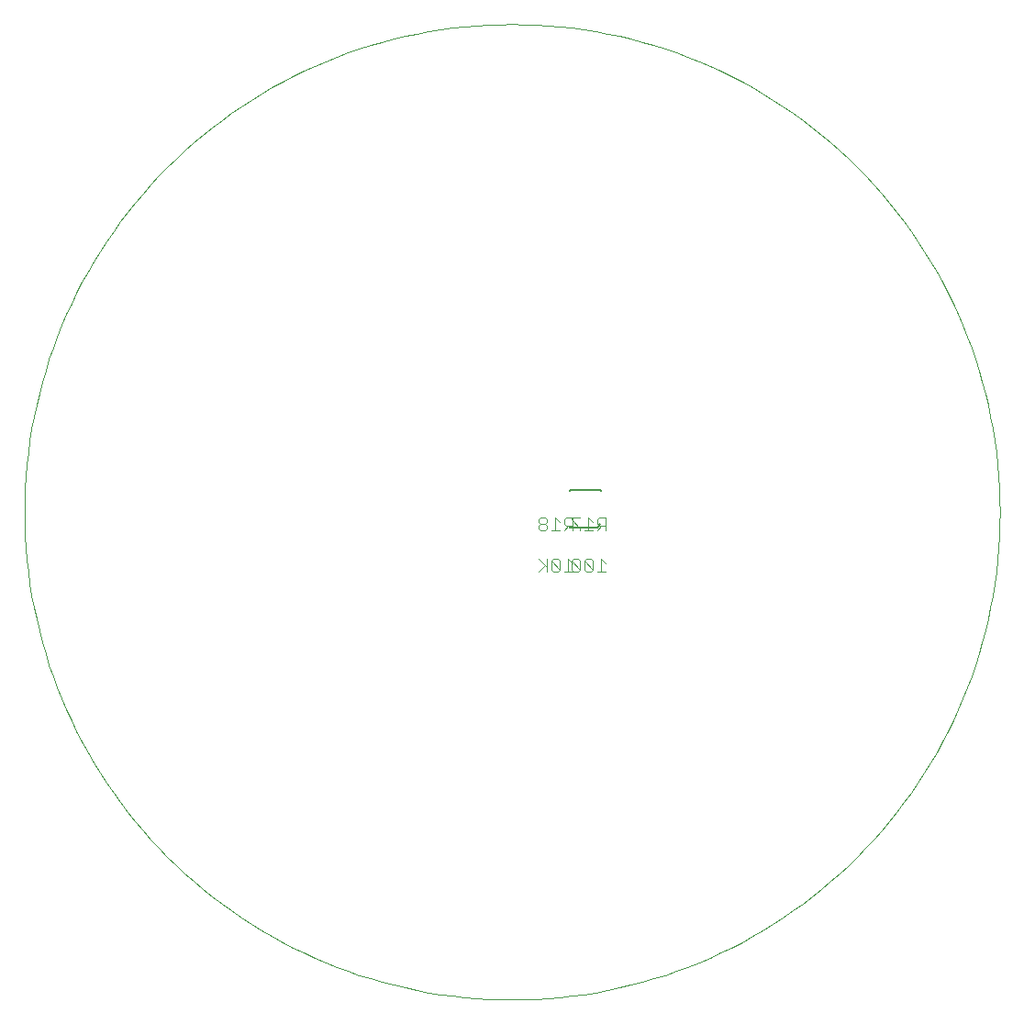
<source format=gbo>
G75*
%MOIN*%
%OFA0B0*%
%FSLAX25Y25*%
%IPPOS*%
%LPD*%
%AMOC8*
5,1,8,0,0,1.08239X$1,22.5*
%
%ADD10C,0.00039*%
%ADD11C,0.00400*%
%ADD12C,0.00800*%
D10*
X0300276Y0192366D02*
X0300329Y0196714D01*
X0300489Y0201059D01*
X0300756Y0205399D01*
X0301129Y0209731D01*
X0301608Y0214053D01*
X0302194Y0218362D01*
X0302884Y0222654D01*
X0303680Y0226929D01*
X0304581Y0231183D01*
X0305585Y0235414D01*
X0306694Y0239618D01*
X0307905Y0243794D01*
X0309218Y0247939D01*
X0310632Y0252051D01*
X0312147Y0256127D01*
X0313762Y0260164D01*
X0315475Y0264161D01*
X0317286Y0268114D01*
X0319193Y0272021D01*
X0321195Y0275881D01*
X0323292Y0279690D01*
X0325482Y0283447D01*
X0327763Y0287149D01*
X0330134Y0290794D01*
X0332594Y0294379D01*
X0335141Y0297903D01*
X0337774Y0301364D01*
X0340491Y0304758D01*
X0343290Y0308085D01*
X0346170Y0311343D01*
X0349130Y0314528D01*
X0352166Y0317641D01*
X0355279Y0320677D01*
X0358464Y0323637D01*
X0361722Y0326517D01*
X0365049Y0329316D01*
X0368443Y0332033D01*
X0371904Y0334666D01*
X0375428Y0337213D01*
X0379013Y0339673D01*
X0382658Y0342044D01*
X0386360Y0344325D01*
X0390117Y0346515D01*
X0393926Y0348612D01*
X0397786Y0350614D01*
X0401693Y0352521D01*
X0405646Y0354332D01*
X0409643Y0356045D01*
X0413680Y0357660D01*
X0417756Y0359175D01*
X0421868Y0360589D01*
X0426013Y0361902D01*
X0430189Y0363113D01*
X0434393Y0364222D01*
X0438624Y0365226D01*
X0442878Y0366127D01*
X0447153Y0366923D01*
X0451445Y0367613D01*
X0455754Y0368199D01*
X0460076Y0368678D01*
X0464408Y0369051D01*
X0468748Y0369318D01*
X0473093Y0369478D01*
X0477441Y0369531D01*
X0481789Y0369478D01*
X0486134Y0369318D01*
X0490474Y0369051D01*
X0494806Y0368678D01*
X0499128Y0368199D01*
X0503437Y0367613D01*
X0507729Y0366923D01*
X0512004Y0366127D01*
X0516258Y0365226D01*
X0520489Y0364222D01*
X0524693Y0363113D01*
X0528869Y0361902D01*
X0533014Y0360589D01*
X0537126Y0359175D01*
X0541202Y0357660D01*
X0545239Y0356045D01*
X0549236Y0354332D01*
X0553189Y0352521D01*
X0557096Y0350614D01*
X0560956Y0348612D01*
X0564765Y0346515D01*
X0568522Y0344325D01*
X0572224Y0342044D01*
X0575869Y0339673D01*
X0579454Y0337213D01*
X0582978Y0334666D01*
X0586439Y0332033D01*
X0589833Y0329316D01*
X0593160Y0326517D01*
X0596418Y0323637D01*
X0599603Y0320677D01*
X0602716Y0317641D01*
X0605752Y0314528D01*
X0608712Y0311343D01*
X0611592Y0308085D01*
X0614391Y0304758D01*
X0617108Y0301364D01*
X0619741Y0297903D01*
X0622288Y0294379D01*
X0624748Y0290794D01*
X0627119Y0287149D01*
X0629400Y0283447D01*
X0631590Y0279690D01*
X0633687Y0275881D01*
X0635689Y0272021D01*
X0637596Y0268114D01*
X0639407Y0264161D01*
X0641120Y0260164D01*
X0642735Y0256127D01*
X0644250Y0252051D01*
X0645664Y0247939D01*
X0646977Y0243794D01*
X0648188Y0239618D01*
X0649297Y0235414D01*
X0650301Y0231183D01*
X0651202Y0226929D01*
X0651998Y0222654D01*
X0652688Y0218362D01*
X0653274Y0214053D01*
X0653753Y0209731D01*
X0654126Y0205399D01*
X0654393Y0201059D01*
X0654553Y0196714D01*
X0654606Y0192366D01*
X0654553Y0188018D01*
X0654393Y0183673D01*
X0654126Y0179333D01*
X0653753Y0175001D01*
X0653274Y0170679D01*
X0652688Y0166370D01*
X0651998Y0162078D01*
X0651202Y0157803D01*
X0650301Y0153549D01*
X0649297Y0149318D01*
X0648188Y0145114D01*
X0646977Y0140938D01*
X0645664Y0136793D01*
X0644250Y0132681D01*
X0642735Y0128605D01*
X0641120Y0124568D01*
X0639407Y0120571D01*
X0637596Y0116618D01*
X0635689Y0112711D01*
X0633687Y0108851D01*
X0631590Y0105042D01*
X0629400Y0101285D01*
X0627119Y0097583D01*
X0624748Y0093938D01*
X0622288Y0090353D01*
X0619741Y0086829D01*
X0617108Y0083368D01*
X0614391Y0079974D01*
X0611592Y0076647D01*
X0608712Y0073389D01*
X0605752Y0070204D01*
X0602716Y0067091D01*
X0599603Y0064055D01*
X0596418Y0061095D01*
X0593160Y0058215D01*
X0589833Y0055416D01*
X0586439Y0052699D01*
X0582978Y0050066D01*
X0579454Y0047519D01*
X0575869Y0045059D01*
X0572224Y0042688D01*
X0568522Y0040407D01*
X0564765Y0038217D01*
X0560956Y0036120D01*
X0557096Y0034118D01*
X0553189Y0032211D01*
X0549236Y0030400D01*
X0545239Y0028687D01*
X0541202Y0027072D01*
X0537126Y0025557D01*
X0533014Y0024143D01*
X0528869Y0022830D01*
X0524693Y0021619D01*
X0520489Y0020510D01*
X0516258Y0019506D01*
X0512004Y0018605D01*
X0507729Y0017809D01*
X0503437Y0017119D01*
X0499128Y0016533D01*
X0494806Y0016054D01*
X0490474Y0015681D01*
X0486134Y0015414D01*
X0481789Y0015254D01*
X0477441Y0015201D01*
X0473093Y0015254D01*
X0468748Y0015414D01*
X0464408Y0015681D01*
X0460076Y0016054D01*
X0455754Y0016533D01*
X0451445Y0017119D01*
X0447153Y0017809D01*
X0442878Y0018605D01*
X0438624Y0019506D01*
X0434393Y0020510D01*
X0430189Y0021619D01*
X0426013Y0022830D01*
X0421868Y0024143D01*
X0417756Y0025557D01*
X0413680Y0027072D01*
X0409643Y0028687D01*
X0405646Y0030400D01*
X0401693Y0032211D01*
X0397786Y0034118D01*
X0393926Y0036120D01*
X0390117Y0038217D01*
X0386360Y0040407D01*
X0382658Y0042688D01*
X0379013Y0045059D01*
X0375428Y0047519D01*
X0371904Y0050066D01*
X0368443Y0052699D01*
X0365049Y0055416D01*
X0361722Y0058215D01*
X0358464Y0061095D01*
X0355279Y0064055D01*
X0352166Y0067091D01*
X0349130Y0070204D01*
X0346170Y0073389D01*
X0343290Y0076647D01*
X0340491Y0079974D01*
X0337774Y0083368D01*
X0335141Y0086829D01*
X0332594Y0090353D01*
X0330134Y0093938D01*
X0327763Y0097583D01*
X0325482Y0101285D01*
X0323292Y0105042D01*
X0321195Y0108851D01*
X0319193Y0112711D01*
X0317286Y0116618D01*
X0315475Y0120571D01*
X0313762Y0124568D01*
X0312147Y0128605D01*
X0310632Y0132681D01*
X0309218Y0136793D01*
X0307905Y0140938D01*
X0306694Y0145114D01*
X0305585Y0149318D01*
X0304581Y0153549D01*
X0303680Y0157803D01*
X0302884Y0162078D01*
X0302194Y0166370D01*
X0301608Y0170679D01*
X0301129Y0175001D01*
X0300756Y0179333D01*
X0300489Y0183673D01*
X0300329Y0188018D01*
X0300276Y0192366D01*
D11*
X0487023Y0189537D02*
X0487023Y0188769D01*
X0487790Y0188002D01*
X0489325Y0188002D01*
X0490092Y0188769D01*
X0490092Y0189537D01*
X0489325Y0190304D01*
X0487790Y0190304D01*
X0487023Y0189537D01*
X0487790Y0188002D02*
X0487023Y0187235D01*
X0487023Y0186467D01*
X0487790Y0185700D01*
X0489325Y0185700D01*
X0490092Y0186467D01*
X0490092Y0187235D01*
X0489325Y0188002D01*
X0491627Y0185700D02*
X0494696Y0185700D01*
X0493161Y0185700D02*
X0493161Y0190304D01*
X0494696Y0188769D01*
X0496231Y0188002D02*
X0496998Y0187235D01*
X0499300Y0187235D01*
X0497765Y0187235D02*
X0496231Y0185700D01*
X0496231Y0188002D02*
X0496231Y0189537D01*
X0496998Y0190304D01*
X0499300Y0190304D01*
X0499300Y0185700D01*
X0502092Y0185700D02*
X0502092Y0186467D01*
X0499023Y0189537D01*
X0499023Y0190304D01*
X0502092Y0190304D01*
X0505161Y0190304D02*
X0505161Y0185700D01*
X0503627Y0185700D02*
X0506696Y0185700D01*
X0508231Y0185700D02*
X0509765Y0187235D01*
X0508998Y0187235D02*
X0511300Y0187235D01*
X0511300Y0185700D02*
X0511300Y0190304D01*
X0508998Y0190304D01*
X0508231Y0189537D01*
X0508231Y0188002D01*
X0508998Y0187235D01*
X0506696Y0188769D02*
X0505161Y0190304D01*
X0504394Y0175304D02*
X0503627Y0174537D01*
X0506696Y0171467D01*
X0505929Y0170700D01*
X0504394Y0170700D01*
X0503627Y0171467D01*
X0503627Y0174537D01*
X0504394Y0175304D02*
X0505929Y0175304D01*
X0506696Y0174537D01*
X0506696Y0171467D01*
X0508231Y0170700D02*
X0511300Y0170700D01*
X0509765Y0170700D02*
X0509765Y0175304D01*
X0511300Y0173769D01*
X0502092Y0174537D02*
X0501325Y0175304D01*
X0499790Y0175304D01*
X0499023Y0174537D01*
X0502092Y0171467D01*
X0501325Y0170700D01*
X0499790Y0170700D01*
X0499023Y0171467D01*
X0499023Y0174537D01*
X0499300Y0173769D02*
X0497765Y0175304D01*
X0497765Y0170700D01*
X0496231Y0170700D02*
X0499300Y0170700D01*
X0502092Y0171467D02*
X0502092Y0174537D01*
X0494696Y0174537D02*
X0493929Y0175304D01*
X0492394Y0175304D01*
X0491627Y0174537D01*
X0494696Y0171467D01*
X0493929Y0170700D01*
X0492394Y0170700D01*
X0491627Y0171467D01*
X0491627Y0174537D01*
X0490092Y0175304D02*
X0490092Y0170700D01*
X0490092Y0172235D02*
X0487023Y0175304D01*
X0489325Y0173002D02*
X0487023Y0170700D01*
X0494696Y0171467D02*
X0494696Y0174537D01*
D12*
X0498488Y0186807D02*
X0498488Y0187094D01*
X0498488Y0186807D02*
X0508331Y0186807D01*
X0509394Y0187894D01*
X0509618Y0199906D02*
X0509618Y0200193D01*
X0498488Y0200193D01*
X0498488Y0200012D01*
M02*

</source>
